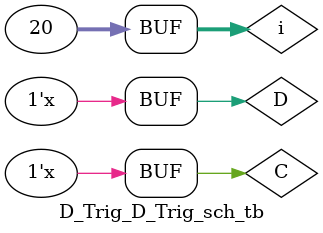
<source format=v>

`timescale 1ns / 1ps

module D_Trig_D_Trig_sch_tb();

// Inputs
   reg C;
   reg D;

// Output
   wire Qn;
   wire Q;

// Bidirs

// Instantiate the UUT
   D_Trig UUT (
		.C(C), 
		.D(D), 
		.Qn(Qn), 
		.Q(Q)
   );
// Initialize Inputs
//   `ifdef auto_init
        integer i = 0;
       initial begin
		C = 0;
		D = 0;
        end
		always @*
		for(i=0;i<20;i=i+1)begin
		#50;
		C<=~C;
	end
    always @*
		for(i=0;i<20;i=i+1)begin
		#100;
		D<=~D;
	end
//   `endif
endmodule

</source>
